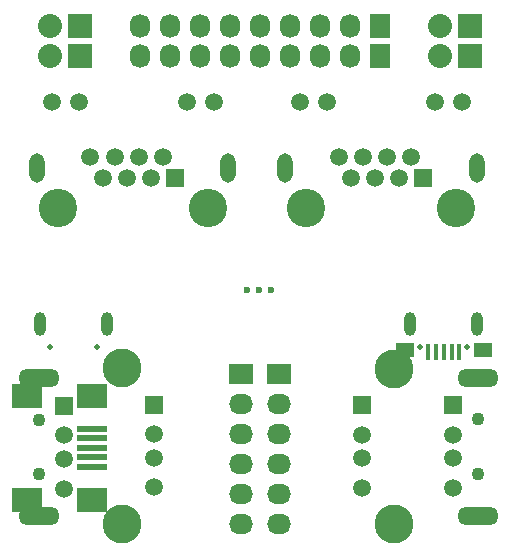
<source format=gbr>
G04 #@! TF.FileFunction,Soldermask,Top*
%FSLAX46Y46*%
G04 Gerber Fmt 4.6, Leading zero omitted, Abs format (unit mm)*
G04 Created by KiCad (PCBNEW (2015-01-08 BZR 5360)-product) date 2015-01-22T23:58:58 CET*
%MOMM*%
G01*
G04 APERTURE LIST*
%ADD10C,0.100000*%
%ADD11C,0.600000*%
%ADD12R,2.032000X2.032000*%
%ADD13O,2.032000X2.032000*%
%ADD14R,1.727200X2.032000*%
%ADD15O,1.727200X2.032000*%
%ADD16R,1.500000X1.500000*%
%ADD17C,1.500000*%
%ADD18O,1.300000X2.500000*%
%ADD19C,3.250000*%
%ADD20R,2.032000X1.727200*%
%ADD21O,2.032000X1.727200*%
%ADD22C,3.300000*%
%ADD23O,3.500000X1.500000*%
%ADD24C,1.100000*%
%ADD25R,2.500000X0.500000*%
%ADD26R,2.500000X2.000000*%
%ADD27O,1.000000X2.000000*%
%ADD28R,0.400000X1.350000*%
%ADD29C,0.500000*%
%ADD30R,1.600000X1.200000*%
G04 APERTURE END LIST*
D10*
D11*
X82500000Y-84500000D03*
X83500000Y-84500000D03*
X81500000Y-84500000D03*
D12*
X67305000Y-62145000D03*
D13*
X64765000Y-62145000D03*
D12*
X67305000Y-64685000D03*
D13*
X64765000Y-64685000D03*
D14*
X92705000Y-64685000D03*
D15*
X90165000Y-64685000D03*
X87625000Y-64685000D03*
X85085000Y-64685000D03*
X82545000Y-64685000D03*
X80005000Y-64685000D03*
X77465000Y-64685000D03*
X74925000Y-64685000D03*
X72385000Y-64685000D03*
D12*
X100325000Y-64685000D03*
D13*
X97785000Y-64685000D03*
D14*
X92705000Y-62145000D03*
D15*
X90165000Y-62145000D03*
X87625000Y-62145000D03*
X85085000Y-62145000D03*
X82545000Y-62145000D03*
X80005000Y-62145000D03*
X77465000Y-62145000D03*
X74925000Y-62145000D03*
X72385000Y-62145000D03*
D12*
X100325000Y-62145000D03*
D13*
X97785000Y-62145000D03*
D16*
X96400000Y-75080000D03*
D17*
X95380000Y-73300000D03*
X94360000Y-75080000D03*
X93340000Y-73300000D03*
X92320000Y-75080000D03*
X91300000Y-73300000D03*
X90280000Y-75080000D03*
X89260000Y-73300000D03*
D18*
X100930000Y-74190000D03*
X84730000Y-74190000D03*
D17*
X97400000Y-68620000D03*
D19*
X99180000Y-77620000D03*
X86480000Y-77620000D03*
D17*
X99690000Y-68620000D03*
X85970000Y-68620000D03*
X88260000Y-68620000D03*
D16*
X75370000Y-75080000D03*
D17*
X74350000Y-73300000D03*
X73330000Y-75080000D03*
X72310000Y-73300000D03*
X71290000Y-75080000D03*
X70270000Y-73300000D03*
X69250000Y-75080000D03*
X68230000Y-73300000D03*
D18*
X79900000Y-74190000D03*
X63700000Y-74190000D03*
D17*
X76370000Y-68620000D03*
D19*
X78150000Y-77620000D03*
X65450000Y-77620000D03*
D17*
X78660000Y-68620000D03*
X64940000Y-68620000D03*
X67230000Y-68620000D03*
D20*
X81010000Y-91675000D03*
D21*
X81010000Y-94215000D03*
X81010000Y-96755000D03*
X81010000Y-99295000D03*
X81010000Y-101835000D03*
X81010000Y-104375000D03*
D20*
X84185000Y-91675000D03*
D21*
X84185000Y-94215000D03*
X84185000Y-96755000D03*
X84185000Y-99295000D03*
X84185000Y-101835000D03*
X84185000Y-104375000D03*
D16*
X73600000Y-94250000D03*
D17*
X73600000Y-96750000D03*
X73600000Y-98750000D03*
X73600000Y-101250000D03*
D22*
X70890000Y-104321000D03*
X70890000Y-91179000D03*
D16*
X91200000Y-94300000D03*
D17*
X91200000Y-96800000D03*
X91200000Y-98800000D03*
X91200000Y-101300000D03*
D22*
X93910000Y-104371000D03*
X93910000Y-91229000D03*
D17*
X98900000Y-101300000D03*
X98900000Y-98800000D03*
X98900000Y-96800000D03*
D16*
X98900000Y-94300000D03*
D23*
X101000000Y-91950000D03*
X101000000Y-103650000D03*
D24*
X101000000Y-100100000D03*
X101000000Y-95500000D03*
D17*
X66000000Y-101350000D03*
X66000000Y-98850000D03*
X66000000Y-96850000D03*
D16*
X66000000Y-94350000D03*
D23*
X63900000Y-92000000D03*
X63900000Y-103700000D03*
D24*
X63900000Y-100150000D03*
X63900000Y-95550000D03*
D25*
X68350000Y-96300000D03*
X68350000Y-97100000D03*
X68350000Y-97900000D03*
X68350000Y-98700000D03*
X68350000Y-99500000D03*
D26*
X62850000Y-102300000D03*
X68350000Y-102300000D03*
X68350000Y-93500000D03*
X62850000Y-93500000D03*
D27*
X95325000Y-87400000D03*
D28*
X99450000Y-89800000D03*
X98800000Y-89800000D03*
X98150000Y-89800000D03*
X97500000Y-89800000D03*
X96850000Y-89800000D03*
D27*
X100975000Y-87400000D03*
D29*
X96150000Y-89400000D03*
X100150000Y-89400000D03*
D30*
X101450000Y-89650000D03*
X94850000Y-89650000D03*
D27*
X69625000Y-87400000D03*
X63975000Y-87400000D03*
D29*
X68800000Y-89400000D03*
X64800000Y-89400000D03*
M02*

</source>
